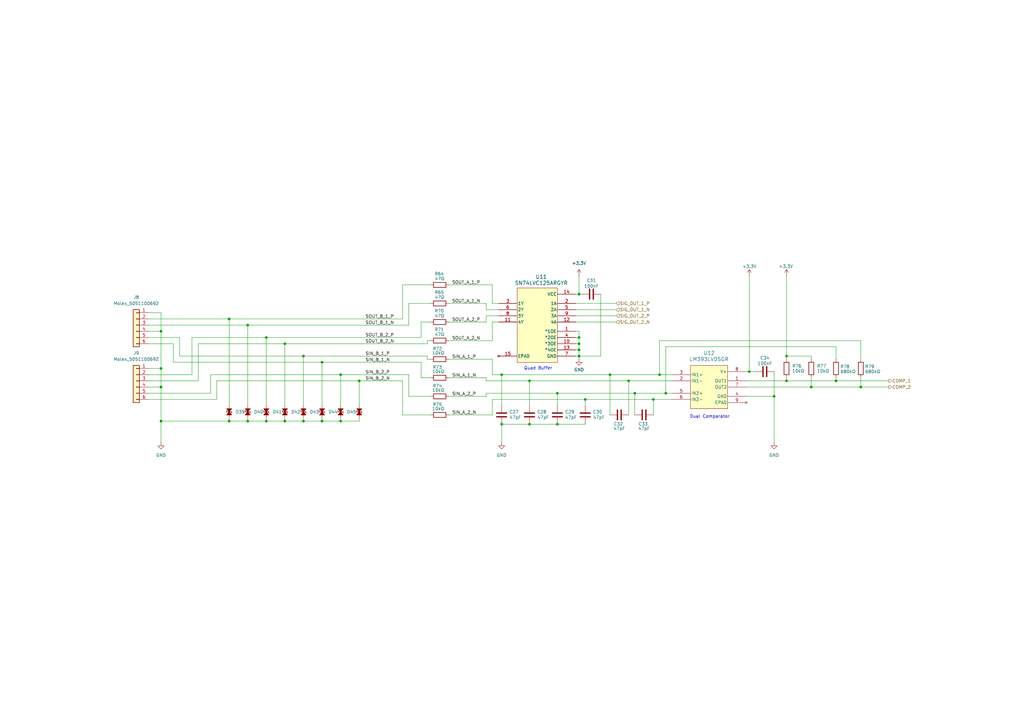
<source format=kicad_sch>
(kicad_sch (version 20250114) (generator "eeschema") (generator_version "9.0")
  (paper "A3")
  (title_block (title "Dual Inner Small Panel Connector") (date "2025-08-04") (rev "REV A") (company "TamperSec") (comment 1 "Justin Newkirk"))
  (lib_symbols
    (symbol "Connector_Generic:Conn_01x06" (pin_names (offset 1.016) (hide yes))
      (property "Reference" "J" (at 0 7.62 0))
      (property "Value" "Conn_01x06" (at 0 -10.16 0))
      (symbol "Conn_01x06_1_1"
        (rectangle (start -1.27 6.35) (end 1.27 -8.89) (stroke (width 0.254)) (fill (type background)))
        (rectangle (start -1.27 5.207) (end 0 4.953) (stroke (width 0.1524)))
        (rectangle (start -1.27 2.667) (end 0 2.413) (stroke (width 0.1524)))
        (rectangle (start -1.27 0.127) (end 0 -0.127) (stroke (width 0.1524)))
        (rectangle (start -1.27 -2.413) (end 0 -2.667) (stroke (width 0.1524)))
        (rectangle (start -1.27 -4.953) (end 0 -5.207) (stroke (width 0.1524)))
        (rectangle (start -1.27 -7.493) (end 0 -7.747) (stroke (width 0.1524)))
        (pin passive line (at -5.08 5.08 0) (length 3.81) (name "Pin_1") (number "1"))
        (pin passive line (at -5.08 2.54 0) (length 3.81) (name "Pin_2") (number "2"))
        (pin passive line (at -5.08 0 0) (length 3.81) (name "Pin_3") (number "3"))
        (pin passive line (at -5.08 -2.54 0) (length 3.81) (name "Pin_4") (number "4"))
        (pin passive line (at -5.08 -5.08 0) (length 3.81) (name "Pin_5") (number "5"))
        (pin passive line (at -5.08 -7.62 0) (length 3.81) (name "Pin_6") (number "6"))
      )
    )
    (symbol "Device:C" (pin_numbers (hide yes)) (pin_names (offset 0.254))
      (property "Reference" "C" (at 0.635 2.54 0))
      (property "Value" "C" (at 0.635 -2.54 0))
      (symbol "C_0_1"
        (polyline (pts (xy -2.032 0.762) (xy 2.032 0.762)) (stroke (width 0.508)))
        (polyline (pts (xy -2.032 -0.762) (xy 2.032 -0.762)) (stroke (width 0.508)))
      )
      (symbol "C_1_1"
        (pin passive line (at 0 3.81 270) (length 2.794) (name "~") (number "1"))
        (pin passive line (at 0 -3.81 90) (length 2.794) (name "~") (number "2"))
      )
    )
    (symbol "Device:D_TVS_Small_Filled" (pin_numbers (hide yes)) (pin_names (offset 1.016) (hide yes))
      (property "Reference" "D" (at 0 2.54 0))
      (property "Value" "D_TVS_Small_Filled" (at 0 -2.54 0))
      (symbol "D_TVS_Small_Filled_0_1"
        (polyline (pts (xy -1.27 0) (xy 1.27 0)))
        (polyline (pts (xy 0.508 1.016) (xy 0 1.016) (xy 0 -1.016) (xy -0.508 -1.016)) (stroke (width 0.254)))
      )
      (symbol "D_TVS_Small_Filled_1_1"
        (polyline (pts (xy -1.27 1.016) (xy -1.27 -1.016) (xy 0 0) (xy -1.27 1.016)) (stroke (width 0.254)) (fill (type outline)))
        (polyline (pts (xy 0 0) (xy 1.27 1.016) (xy 1.27 -1.016) (xy 0 0)) (stroke (width 0.254)) (fill (type outline)))
        (pin passive line (at -2.54 0 0) (length 1.27) (name "A1") (number "1"))
        (pin passive line (at 2.54 0 180) (length 1.27) (name "A2") (number "2"))
      )
    )
    (symbol "Device:R" (pin_numbers (hide yes)) (pin_names (offset 0))
      (property "Reference" "R" (at 2.032 0 90))
      (property "Value" "R" (at 0 0 90))
      (symbol "R_0_1"
        (rectangle (start -1.016 -2.54) (end 1.016 2.54) (stroke (width 0.254)))
      )
      (symbol "R_1_1"
        (pin passive line (at 0 3.81 270) (length 1.27) (name "~") (number "1"))
        (pin passive line (at 0 -3.81 90) (length 1.27) (name "~") (number "2"))
      )
    )
    (symbol "LM393LVDSGR:LM393LVDSGR" (pin_names (offset 0.254))
      (property "Reference" "U" (at 14.732 9.652 0))
      (property "Value" "LM393LVDSGR" (at 14.732 7.112 0))
      (symbol "LM393LVDSGR_0_1"
        (pin input line (at 0 1.27 0) (length 7.62) (name "IN1+") (number "3"))
        (pin input line (at 0 -1.27 0) (length 7.62) (name "IN1-") (number "2"))
        (pin input line (at 0 -6.35 0) (length 7.62) (name "IN2+") (number "5"))
        (pin input line (at 0 -8.89 0) (length 7.62) (name "IN2-") (number "6"))
        (pin power_in line (at 30.48 2.54 180) (length 7.62) (name "V+") (number "8"))
        (pin output line (at 30.48 -1.27 180) (length 7.62) (name "OUT1") (number "1"))
        (pin output line (at 30.48 -3.81 180) (length 7.62) (name "OUT2") (number "7"))
        (pin power_out line (at 30.48 -7.62 180) (length 7.62) (name "GND") (number "4"))
      )
      (symbol "LM393LVDSGR_1_1"
        (rectangle (start 7.62 5.08) (end 22.86 -12.7) (fill (type background)))
        (pin no_connect line (at 30.48 -10.16 180) (length 7.62) (name "EPAD") (number "9"))
      )
    )
    (symbol "SN74LVC125ARGYR:SN74LVC125ARGYR" (pin_names (offset 0.254))
      (property "Reference" "U" (at 17.78 9.652 0))
      (property "Value" "SN74LVC125ARGYR" (at 17.78 7.112 0))
      (symbol "SN74LVC125ARGYR_0_1"
        (rectangle (start 7.62 2.54) (end 24.13 -27.94) (fill (type background)))
        (pin output line (at 0 -3.81 0) (length 7.62) (name "1Y") (number "3"))
        (pin output line (at 0 -6.35 0) (length 7.62) (name "2Y") (number "6"))
        (pin output line (at 0 -8.89 0) (length 7.62) (name "3Y") (number "8"))
        (pin output line (at 0 -11.43 0) (length 7.62) (name "4Y") (number "11"))
        (pin power_in line (at 31.75 0 180) (length 7.62) (name "VCC") (number "14"))
        (pin input line (at 31.75 -3.81 180) (length 7.62) (name "1A") (number "2"))
        (pin input line (at 31.75 -6.35 180) (length 7.62) (name "2A") (number "5"))
        (pin input line (at 31.75 -8.89 180) (length 7.62) (name "3A") (number "9"))
        (pin input line (at 31.75 -11.43 180) (length 7.62) (name "4A") (number "12"))
        (pin input line (at 31.75 -15.24 180) (length 7.62) (name "*1OE") (number "1"))
        (pin input line (at 31.75 -17.78 180) (length 7.62) (name "*2OE") (number "4"))
        (pin input line (at 31.75 -20.32 180) (length 7.62) (name "*3OE") (number "10"))
        (pin input line (at 31.75 -22.86 180) (length 7.62) (name "*4OE") (number "13"))
        (pin power_in line (at 31.75 -25.4 180) (length 7.62) (name "GND") (number "7"))
      )
      (symbol "SN74LVC125ARGYR_1_1"
        (pin no_connect line (at 0 -25.4 0) (length 7.62) (name "EPAD") (number "15"))
      )
    )
    (symbol "power:+3.3V" (power) (pin_numbers (hide yes)) (pin_names (offset 0) (hide yes))
      (property "Value" "+3.3V" (at 0 3.556 0))
      (symbol "+3.3V_0_1"
        (polyline (pts (xy -0.762 1.27) (xy 0 2.54)))
        (polyline (pts (xy 0 2.54) (xy 0.762 1.27)))
        (polyline (pts (xy 0 0) (xy 0 2.54)))
      )
      (symbol "+3.3V_1_1"
        (pin power_in line (at 0 0 90) (length 0) (name "~") (number "1"))
      )
    )
    (symbol "power:GND" (power) (pin_numbers (hide yes)) (pin_names (offset 0) (hide yes))
      (property "Value" "GND" (at 0 -3.81 0))
      (symbol "GND_0_1"
        (polyline (pts (xy 0 0) (xy 0 -1.27) (xy 1.27 -1.27) (xy 0 -2.54) (xy -1.27 -1.27) (xy 0 -1.27)))
      )
      (symbol "GND_1_1"
        (pin power_in line (at 0 0 270) (length 0) (name "~") (number "1"))
      )
    )
  )
  (text "Dual Comparator" (at 291.084 170.942 0) (effects (font (size 1.27 1.27))))
  (text "Quad Buffer" (at 220.726 151.13 0) (effects (font (size 1.27 1.27))))
  (junction (at 307.34 152.4))
  (junction (at 237.49 120.65))
  (junction (at 109.22 138.43))
  (junction (at 93.98 172.72))
  (junction (at 353.06 158.75))
  (junction (at 332.74 158.75))
  (junction (at 322.58 146.05))
  (junction (at 217.17 173.99))
  (junction (at 124.46 172.72))
  (junction (at 237.49 143.51))
  (junction (at 66.04 172.72))
  (junction (at 273.05 161.29))
  (junction (at 237.49 140.97))
  (junction (at 66.04 151.13))
  (junction (at 116.84 140.97))
  (junction (at 228.6 173.99))
  (junction (at 322.58 156.21))
  (junction (at 205.74 153.67))
  (junction (at 139.7 153.67))
  (junction (at 66.04 135.89))
  (junction (at 267.97 163.83))
  (junction (at 101.6 172.72))
  (junction (at 342.9 156.21))
  (junction (at 217.17 156.21))
  (junction (at 132.08 172.72))
  (junction (at 66.04 158.75))
  (junction (at 260.35 161.29))
  (junction (at 93.98 130.81))
  (junction (at 228.6 161.29))
  (junction (at 132.08 148.59))
  (junction (at 147.32 156.21))
  (junction (at 270.51 153.67))
  (junction (at 205.74 173.99))
  (junction (at 109.22 172.72))
  (junction (at 237.49 146.05))
  (junction (at 250.19 153.67))
  (junction (at 240.03 163.83))
  (junction (at 257.81 156.21))
  (junction (at 101.6 133.35))
  (junction (at 116.84 172.72))
  (junction (at 237.49 138.43))
  (junction (at 124.46 146.05))
  (junction (at 139.7 172.72))
  (junction (at 317.5 162.56))
  (wire (pts (xy 236.22 132.08) (xy 252.73 132.08)))
  (wire (pts (xy 332.74 154.94) (xy 332.74 158.75)))
  (wire (pts (xy 237.49 143.51) (xy 236.22 143.51)))
  (wire (pts (xy 199.39 161.29) (xy 228.6 161.29)))
  (wire (pts (xy 66.04 151.13) (xy 66.04 158.75)))
  (wire (pts (xy 124.46 146.05) (xy 175.26 146.05)))
  (wire (pts (xy 237.49 138.43) (xy 237.49 140.97)))
  (wire (pts (xy 184.15 170.18) (xy 201.93 170.18)))
  (wire (pts (xy 60.96 161.29) (xy 86.36 161.29)))
  (wire (pts (xy 109.22 138.43) (xy 109.22 166.37)))
  (wire (pts (xy 116.84 172.72) (xy 124.46 172.72)))
  (wire (pts (xy 204.47 127) (xy 199.39 127)))
  (wire (pts (xy 139.7 153.67) (xy 139.7 166.37)))
  (wire (pts (xy 147.32 156.21) (xy 147.32 166.37)))
  (wire (pts (xy 199.39 161.29) (xy 199.39 162.56)))
  (wire (pts (xy 353.06 147.32) (xy 353.06 139.7)))
  (wire (pts (xy 307.34 152.4) (xy 309.88 152.4)))
  (wire (pts (xy 322.58 154.94) (xy 322.58 156.21)))
  (wire (pts (xy 237.49 135.89) (xy 237.49 138.43)))
  (wire (pts (xy 139.7 153.67) (xy 167.64 153.67)))
  (wire (pts (xy 201.93 153.67) (xy 201.93 147.32)))
  (wire (pts (xy 167.64 124.46) (xy 176.53 124.46)))
  (wire (pts (xy 236.22 129.54) (xy 252.73 129.54)))
  (wire (pts (xy 132.08 148.59) (xy 172.72 148.59)))
  (wire (pts (xy 273.05 142.24) (xy 273.05 161.29)))
  (wire (pts (xy 184.15 124.46) (xy 199.39 124.46)))
  (wire (pts (xy 176.53 170.18) (xy 165.1 170.18)))
  (wire (pts (xy 260.35 161.29) (xy 260.35 170.18)))
  (wire (pts (xy 184.15 132.08) (xy 199.39 132.08)))
  (wire (pts (xy 175.26 139.7) (xy 176.53 139.7)))
  (wire (pts (xy 205.74 173.99) (xy 217.17 173.99)))
  (wire (pts (xy 101.6 172.72) (xy 101.6 171.45)))
  (wire (pts (xy 101.6 172.72) (xy 109.22 172.72)))
  (wire (pts (xy 205.74 181.61) (xy 205.74 173.99)))
  (wire (pts (xy 342.9 142.24) (xy 273.05 142.24)))
  (wire (pts (xy 78.74 153.67) (xy 60.96 153.67)))
  (wire (pts (xy 306.07 158.75) (xy 332.74 158.75)))
  (wire (pts (xy 322.58 146.05) (xy 322.58 147.32)))
  (wire (pts (xy 353.06 154.94) (xy 353.06 158.75)))
  (wire (pts (xy 116.84 172.72) (xy 116.84 171.45)))
  (wire (pts (xy 172.72 154.94) (xy 172.72 148.59)))
  (wire (pts (xy 132.08 172.72) (xy 132.08 171.45)))
  (wire (pts (xy 132.08 172.72) (xy 139.7 172.72)))
  (wire (pts (xy 250.19 153.67) (xy 250.19 170.18)))
  (wire (pts (xy 71.12 140.97) (xy 71.12 148.59)))
  (wire (pts (xy 184.15 116.84) (xy 201.93 116.84)))
  (wire (pts (xy 60.96 156.21) (xy 81.28 156.21)))
  (wire (pts (xy 139.7 172.72) (xy 147.32 172.72)))
  (wire (pts (xy 60.96 130.81) (xy 93.98 130.81)))
  (wire (pts (xy 199.39 154.94) (xy 184.15 154.94)))
  (wire (pts (xy 306.07 162.56) (xy 317.5 162.56)))
  (wire (pts (xy 184.15 162.56) (xy 199.39 162.56)))
  (wire (pts (xy 167.64 153.67) (xy 167.64 162.56)))
  (wire (pts (xy 116.84 140.97) (xy 116.84 166.37)))
  (wire (pts (xy 66.04 135.89) (xy 66.04 151.13)))
  (wire (pts (xy 60.96 135.89) (xy 66.04 135.89)))
  (wire (pts (xy 109.22 138.43) (xy 78.74 138.43)))
  (wire (pts (xy 237.49 146.05) (xy 237.49 147.32)))
  (wire (pts (xy 176.53 154.94) (xy 172.72 154.94)))
  (wire (pts (xy 109.22 172.72) (xy 116.84 172.72)))
  (wire (pts (xy 73.66 138.43) (xy 73.66 146.05)))
  (wire (pts (xy 60.96 138.43) (xy 73.66 138.43)))
  (wire (pts (xy 307.34 113.03) (xy 307.34 152.4)))
  (wire (pts (xy 124.46 172.72) (xy 124.46 171.45)))
  (wire (pts (xy 86.36 153.67) (xy 139.7 153.67)))
  (wire (pts (xy 342.9 147.32) (xy 342.9 142.24)))
  (wire (pts (xy 201.93 163.83) (xy 201.93 170.18)))
  (wire (pts (xy 176.53 147.32) (xy 175.26 147.32)))
  (wire (pts (xy 199.39 154.94) (xy 199.39 156.21)))
  (wire (pts (xy 306.07 156.21) (xy 322.58 156.21)))
  (wire (pts (xy 60.96 140.97) (xy 71.12 140.97)))
  (wire (pts (xy 201.93 147.32) (xy 184.15 147.32)))
  (wire (pts (xy 217.17 156.21) (xy 257.81 156.21)))
  (wire (pts (xy 199.39 156.21) (xy 217.17 156.21)))
  (wire (pts (xy 60.96 133.35) (xy 101.6 133.35)))
  (wire (pts (xy 353.06 139.7) (xy 270.51 139.7)))
  (wire (pts (xy 332.74 147.32) (xy 332.74 146.05)))
  (wire (pts (xy 201.93 132.08) (xy 204.47 132.08)))
  (wire (pts (xy 322.58 146.05) (xy 332.74 146.05)))
  (wire (pts (xy 116.84 140.97) (xy 175.26 140.97)))
  (wire (pts (xy 172.72 138.43) (xy 172.72 132.08)))
  (wire (pts (xy 257.81 156.21) (xy 275.59 156.21)))
  (wire (pts (xy 132.08 148.59) (xy 132.08 166.37)))
  (wire (pts (xy 165.1 130.81) (xy 165.1 116.84)))
  (wire (pts (xy 88.9 163.83) (xy 88.9 156.21)))
  (wire (pts (xy 93.98 130.81) (xy 165.1 130.81)))
  (wire (pts (xy 60.96 128.27) (xy 66.04 128.27)))
  (wire (pts (xy 228.6 161.29) (xy 260.35 161.29)))
  (wire (pts (xy 81.28 140.97) (xy 116.84 140.97)))
  (wire (pts (xy 147.32 172.72) (xy 147.32 171.45)))
  (wire (pts (xy 237.49 138.43) (xy 236.22 138.43)))
  (wire (pts (xy 93.98 172.72) (xy 93.98 171.45)))
  (wire (pts (xy 201.93 132.08) (xy 201.93 139.7)))
  (wire (pts (xy 71.12 148.59) (xy 132.08 148.59)))
  (wire (pts (xy 342.9 156.21) (xy 364.49 156.21)))
  (wire (pts (xy 322.58 156.21) (xy 342.9 156.21)))
  (wire (pts (xy 199.39 129.54) (xy 199.39 132.08)))
  (wire (pts (xy 246.38 120.65) (xy 246.38 146.05)))
  (wire (pts (xy 88.9 156.21) (xy 147.32 156.21)))
  (wire (pts (xy 228.6 161.29) (xy 228.6 166.37)))
  (wire (pts (xy 199.39 127) (xy 199.39 124.46)))
  (wire (pts (xy 306.07 152.4) (xy 307.34 152.4)))
  (wire (pts (xy 78.74 138.43) (xy 78.74 153.67)))
  (wire (pts (xy 109.22 172.72) (xy 109.22 171.45)))
  (wire (pts (xy 240.03 163.83) (xy 240.03 166.37)))
  (wire (pts (xy 101.6 133.35) (xy 101.6 166.37)))
  (wire (pts (xy 184.15 139.7) (xy 201.93 139.7)))
  (wire (pts (xy 175.26 146.05) (xy 175.26 147.32)))
  (wire (pts (xy 273.05 161.29) (xy 275.59 161.29)))
  (wire (pts (xy 237.49 135.89) (xy 236.22 135.89)))
  (wire (pts (xy 201.93 116.84) (xy 201.93 124.46)))
  (wire (pts (xy 332.74 158.75) (xy 353.06 158.75)))
  (wire (pts (xy 322.58 113.03) (xy 322.58 146.05)))
  (wire (pts (xy 237.49 140.97) (xy 237.49 143.51)))
  (wire (pts (xy 257.81 156.21) (xy 257.81 170.18)))
  (wire (pts (xy 342.9 154.94) (xy 342.9 156.21)))
  (wire (pts (xy 237.49 143.51) (xy 237.49 146.05)))
  (wire (pts (xy 237.49 113.03) (xy 237.49 120.65)))
  (wire (pts (xy 66.04 172.72) (xy 66.04 181.61)))
  (wire (pts (xy 167.64 162.56) (xy 176.53 162.56)))
  (wire (pts (xy 124.46 172.72) (xy 132.08 172.72)))
  (wire (pts (xy 267.97 163.83) (xy 275.59 163.83)))
  (wire (pts (xy 93.98 172.72) (xy 101.6 172.72)))
  (wire (pts (xy 139.7 172.72) (xy 139.7 171.45)))
  (wire (pts (xy 81.28 156.21) (xy 81.28 140.97)))
  (wire (pts (xy 317.5 162.56) (xy 317.5 181.61)))
  (wire (pts (xy 250.19 153.67) (xy 270.51 153.67)))
  (wire (pts (xy 175.26 140.97) (xy 175.26 139.7)))
  (wire (pts (xy 201.93 163.83) (xy 240.03 163.83)))
  (wire (pts (xy 66.04 172.72) (xy 93.98 172.72)))
  (wire (pts (xy 205.74 166.37) (xy 205.74 153.67)))
  (wire (pts (xy 270.51 139.7) (xy 270.51 153.67)))
  (wire (pts (xy 165.1 170.18) (xy 165.1 156.21)))
  (wire (pts (xy 147.32 156.21) (xy 165.1 156.21)))
  (wire (pts (xy 201.93 124.46) (xy 204.47 124.46)))
  (wire (pts (xy 217.17 156.21) (xy 217.17 166.37)))
  (wire (pts (xy 205.74 153.67) (xy 250.19 153.67)))
  (wire (pts (xy 236.22 127) (xy 252.73 127)))
  (wire (pts (xy 93.98 130.81) (xy 93.98 166.37)))
  (wire (pts (xy 237.49 146.05) (xy 236.22 146.05)))
  (wire (pts (xy 317.5 162.56) (xy 317.5 152.4)))
  (wire (pts (xy 237.49 146.05) (xy 246.38 146.05)))
  (wire (pts (xy 101.6 133.35) (xy 167.64 133.35)))
  (wire (pts (xy 60.96 163.83) (xy 88.9 163.83)))
  (wire (pts (xy 236.22 120.65) (xy 237.49 120.65)))
  (wire (pts (xy 240.03 163.83) (xy 267.97 163.83)))
  (wire (pts (xy 236.22 124.46) (xy 252.73 124.46)))
  (wire (pts (xy 238.76 120.65) (xy 237.49 120.65)))
  (wire (pts (xy 201.93 153.67) (xy 205.74 153.67)))
  (wire (pts (xy 73.66 146.05) (xy 124.46 146.05)))
  (wire (pts (xy 237.49 140.97) (xy 236.22 140.97)))
  (wire (pts (xy 353.06 158.75) (xy 364.49 158.75)))
  (wire (pts (xy 66.04 158.75) (xy 66.04 172.72)))
  (wire (pts (xy 66.04 128.27) (xy 66.04 135.89)))
  (wire (pts (xy 124.46 146.05) (xy 124.46 166.37)))
  (wire (pts (xy 109.22 138.43) (xy 172.72 138.43)))
  (wire (pts (xy 165.1 116.84) (xy 176.53 116.84)))
  (wire (pts (xy 260.35 161.29) (xy 273.05 161.29)))
  (wire (pts (xy 172.72 132.08) (xy 176.53 132.08)))
  (wire (pts (xy 60.96 151.13) (xy 66.04 151.13)))
  (wire (pts (xy 267.97 163.83) (xy 267.97 170.18)))
  (wire (pts (xy 217.17 173.99) (xy 228.6 173.99)))
  (wire (pts (xy 228.6 173.99) (xy 240.03 173.99)))
  (wire (pts (xy 86.36 161.29) (xy 86.36 153.67)))
  (wire (pts (xy 167.64 133.35) (xy 167.64 124.46)))
  (wire (pts (xy 60.96 158.75) (xy 66.04 158.75)))
  (wire (pts (xy 270.51 153.67) (xy 275.59 153.67)))
  (wire (pts (xy 204.47 129.54) (xy 199.39 129.54)))
  (label "SIN_A_2_P" (at 185.42 162.56 0))
  (label "SOUT_A_2_N" (at 185.42 139.7 0))
  (label "SOUT_A_1_P" (at 185.42 116.84 0))
  (label "SIN_B_2_P" (at 149.86 153.67 0))
  (label "SIN_A_1_N" (at 185.42 154.94 0))
  (label "SIN_B_1_P" (at 149.86 146.05 0))
  (label "SIN_B_2_N" (at 149.86 156.21 0))
  (label "SIN_A_2_N" (at 185.42 170.18 0))
  (label "SOUT_B_1_P" (at 149.86 130.81 0))
  (label "SOUT_A_1_N" (at 185.42 124.46 0))
  (label "SOUT_B_1_N" (at 149.86 133.35 0))
  (label "SOUT_B_2_N" (at 149.86 140.97 0))
  (label "SIN_B_1_N" (at 149.86 148.59 0))
  (label "SOUT_B_2_P" (at 149.86 138.43 0))
  (label "SIN_A_1_P" (at 185.42 147.32 0))
  (label "SOUT_A_2_P" (at 185.42 132.08 0))
  (hierarchical_label "SIG_OUT_1_N" (shape input) (at 252.73 127 0))
  (hierarchical_label "SIG_OUT_1_P" (shape input) (at 252.73 124.46 0))
  (hierarchical_label "SIG_OUT_2_N" (shape input) (at 252.73 132.08 0))
  (hierarchical_label "COMP_2" (shape output) (at 364.49 158.75 0))
  (hierarchical_label "SIG_OUT_2_P" (shape input) (at 252.73 129.54 0))
  (hierarchical_label "COMP_1" (shape output) (at 364.49 156.21 0))
  (symbol (lib_id "Device:R") (at 180.34 162.56 270) (unit 1)
    (property "Reference" "R74" (at 181.356 158.242 90) (effects (justify right)))
    (property "Value" "10kΩ" (at 182.372 160.02 90) (effects (justify right)))
    (property "Footprint" "Capacitor_SMD:C_0201_0603Metric" (effects (hide yes)))
    (property "Datasheet" "https://www.lcsc.com/datasheet/lcsc_datasheet_2304140030_YAGEO-RC0201FR-0710KL_C106225.pdf" (effects (hide yes)))
    (property "Description" "Resistor" (effects (hide yes)))
    (property "JLCPCB Part #" "C106225" (effects (hide yes)))
    (property "Manufacturer Part #" "RC0201FR-0710KL" (effects (hide yes)))
    (property "Status" "Extended" (effects (hide yes)))
  )
  (symbol (lib_id "Device:C") (at 313.69 152.4 270) (unit 1)
    (property "Reference" "C34" (at 313.69 146.812 90))
    (property "Value" "100nF" (at 313.69 149.098 90))
    (property "Footprint" "Capacitor_SMD:C_0201_0603Metric" (effects (hide yes)))
    (property "Datasheet" "https://www.lcsc.com/datasheet/lcsc_datasheet_2304140030_Samsung-Electro-Mechanics-CL03A104KP3NNNC_C49062.pdf" (effects (hide yes)))
    (property "Description" "Unpolarized capacitor" (effects (hide yes)))
    (property "JLCPCB Part #" "C49062" (effects (hide yes)))
    (property "Manufacturer Part #" "CL03A104KP3NNNC" (effects (hide yes)))
    (property "Status" "Extended" (effects (hide yes)))
  )
  (symbol (lib_id "power:GND") (at 237.49 147.32 0) (unit 1)
    (property "Reference" "#PWR035" (effects (hide yes)))
    (property "Value" "GND" (at 237.49 151.638 0))
    (property "Description" "Power symbol creates a global label with name \"GND\" , ground" (effects (hide yes)))
  )
  (symbol (lib_id "Device:D_TVS_Small_Filled") (at 93.98 168.91 270) (unit 1)
    (property "Reference" "D39" (at 96.52 168.9099 90) (effects (justify left)))
    (property "Value" "H5VL10B" (effects (hide yes)))
    (property "Footprint" "Diode_SMD:D_SOD-882D" (effects (hide yes)))
    (property "Datasheet" "https://wmsc.lcsc.com/wmsc/upload/file/pdf/v2/lcsc/2306301553_hongjiacheng-H5VL10B_C7420372.pdf" (effects (hide yes)))
    (property "Description" "Bidirectional transient-voltage-suppression diode, small symbol, filled shape" (effects (hide yes)))
    (property "JLCPCB Part #" "C7420372" (effects (hide yes)))
    (property "Manufacturer Part #" "H5VL10B" (effects (hide yes)))
    (property "Status" "Preferred" (effects (hide yes)))
  )
  (symbol (lib_id "SN74LVC125ARGYR:SN74LVC125ARGYR") (at 204.47 120.65 0) (unit 1)
    (property "Reference" "U11" (at 221.996 113.538 0) (effects (font (size 1.524 1.524))))
    (property "Value" "SN74LVC125ARGYR" (at 221.996 116.078 0) (effects (font (size 1.524 1.524))))
    (property "Footprint" "RGY14_2P05X2P05" (effects (hide yes)))
    (property "Datasheet" "https://www.ti.com/lit/gpn/sn74lvc125a" (effects (hide yes)))
    (property "JLCPCB Part #" "C2652108" (effects (hide yes)))
    (property "Manufacturer Part #" "SN74LVC125ARGYR" (effects (hide yes)))
    (property "Status" "Extended" (effects (hide yes)))
  )
  (symbol (lib_id "Device:D_TVS_Small_Filled") (at 139.7 168.91 270) (unit 1)
    (property "Reference" "D45" (at 142.24 168.9099 90) (effects (justify left)))
    (property "Value" "H5VL10B" (effects (hide yes)))
    (property "Footprint" "Diode_SMD:D_SOD-882D" (effects (hide yes)))
    (property "Datasheet" "https://wmsc.lcsc.com/wmsc/upload/file/pdf/v2/lcsc/2306301553_hongjiacheng-H5VL10B_C7420372.pdf" (effects (hide yes)))
    (property "Description" "Bidirectional transient-voltage-suppression diode, small symbol, filled shape" (effects (hide yes)))
    (property "JLCPCB Part #" "C7420372" (effects (hide yes)))
    (property "Manufacturer Part #" "H5VL10B" (effects (hide yes)))
    (property "Status" "Preferred" (effects (hide yes)))
  )
  (symbol (lib_id "Device:R") (at 180.34 154.94 270) (unit 1)
    (property "Reference" "R73" (at 181.356 150.622 90) (effects (justify right)))
    (property "Value" "10kΩ" (at 182.372 152.4 90) (effects (justify right)))
    (property "Footprint" "Capacitor_SMD:C_0201_0603Metric" (effects (hide yes)))
    (property "Datasheet" "https://www.lcsc.com/datasheet/lcsc_datasheet_2304140030_YAGEO-RC0201FR-0710KL_C106225.pdf" (effects (hide yes)))
    (property "Description" "Resistor" (effects (hide yes)))
    (property "JLCPCB Part #" "C106225" (effects (hide yes)))
    (property "Manufacturer Part #" "RC0201FR-0710KL" (effects (hide yes)))
    (property "Status" "Extended" (effects (hide yes)))
  )
  (symbol (lib_id "Device:C") (at 264.16 170.18 90) (unit 1)
    (property "Reference" "C33" (at 263.779 173.863 90))
    (property "Value" "47pF" (at 264.16 175.768 90))
    (property "Footprint" "Capacitor_SMD:C_0201_0603Metric" (effects (hide yes)))
    (property "Datasheet" "https://jlcpcb.com/api/file/downloadByFileSystemAccessId/8590905735629266944" (effects (hide yes)))
    (property "Description" "Unpolarized capacitor" (effects (hide yes)))
    (property "JLCPCB Part #" "C62546" (effects (hide yes)))
    (property "Manufacturer Part #" "0201CG470J500NT" (effects (hide yes)))
    (property "Status" "Extended" (effects (hide yes)))
  )
  (symbol (lib_id "Device:D_TVS_Small_Filled") (at 124.46 168.91 270) (unit 1)
    (property "Reference" "D43" (at 127 168.9099 90) (effects (justify left)))
    (property "Value" "H5VL10B" (effects (hide yes)))
    (property "Footprint" "Diode_SMD:D_SOD-882D" (effects (hide yes)))
    (property "Datasheet" "https://wmsc.lcsc.com/wmsc/upload/file/pdf/v2/lcsc/2306301553_hongjiacheng-H5VL10B_C7420372.pdf" (effects (hide yes)))
    (property "Description" "Bidirectional transient-voltage-suppression diode, small symbol, filled shape" (effects (hide yes)))
    (property "JLCPCB Part #" "C7420372" (effects (hide yes)))
    (property "Manufacturer Part #" "H5VL10B" (effects (hide yes)))
    (property "Status" "Preferred" (effects (hide yes)))
  )
  (symbol (lib_id "Device:R") (at 180.34 116.84 90) (unit 1)
    (property "Reference" "R64" (at 182.118 112.268 90) (effects (justify left)))
    (property "Value" "47Ω" (at 182.372 114.3 90) (effects (justify left)))
    (property "Footprint" "Resistor_SMD:R_0201_0603Metric" (effects (hide yes)))
    (property "Datasheet" "https://jlcpcb.com/api/file/downloadByFileSystemAccessId/8589808164071120896" (effects (hide yes)))
    (property "Description" "Resistor" (effects (hide yes)))
    (property "JLCPCB Part #" "C273279 " (effects (hide yes)))
    (property "Manufacturer Part #" "RC0201FR-0747RL" (effects (hide yes)))
    (property "Status" "Extended" (effects (hide yes)))
  )
  (symbol (lib_id "power:+3.3V") (at 307.34 113.03 0) (unit 1)
    (property "Reference" "#PWR036" (effects (hide yes)))
    (property "Value" "+3.3V" (at 307.34 109.22 0))
    (property "Description" "Power symbol creates a global label with name \"+3.3V\"" (effects (hide yes)))
  )
  (symbol (lib_id "Device:D_TVS_Small_Filled") (at 101.6 168.91 270) (unit 1)
    (property "Reference" "D40" (at 104.14 168.9099 90) (effects (justify left)))
    (property "Value" "H5VL10B" (effects (hide yes)))
    (property "Footprint" "Diode_SMD:D_SOD-882D" (effects (hide yes)))
    (property "Datasheet" "https://wmsc.lcsc.com/wmsc/upload/file/pdf/v2/lcsc/2306301553_hongjiacheng-H5VL10B_C7420372.pdf" (effects (hide yes)))
    (property "Description" "Bidirectional transient-voltage-suppression diode, small symbol, filled shape" (effects (hide yes)))
    (property "JLCPCB Part #" "C7420372" (effects (hide yes)))
    (property "Manufacturer Part #" "H5VL10B" (effects (hide yes)))
    (property "Status" "Preferred" (effects (hide yes)))
  )
  (symbol (lib_id "Device:R") (at 332.74 151.13 0) (unit 1)
    (property "Reference" "R77" (at 335.026 150.114 0) (effects (justify left)))
    (property "Value" "10kΩ" (at 335.026 152.146 0) (effects (justify left)))
    (property "Footprint" "Capacitor_SMD:C_0201_0603Metric" (effects (hide yes)))
    (property "Datasheet" "https://www.lcsc.com/datasheet/lcsc_datasheet_2304140030_YAGEO-RC0201FR-0710KL_C106225.pdf" (effects (hide yes)))
    (property "Description" "Resistor" (effects (hide yes)))
    (property "JLCPCB Part #" "C106225" (effects (hide yes)))
    (property "Manufacturer Part #" "RC0201FR-0710KL" (effects (hide yes)))
    (property "Status" "Extended" (effects (hide yes)))
  )
  (symbol (lib_id "Device:R") (at 322.58 151.13 0) (unit 1)
    (property "Reference" "R76" (at 324.866 150.114 0) (effects (justify left)))
    (property "Value" "10kΩ" (at 324.866 152.146 0) (effects (justify left)))
    (property "Footprint" "Capacitor_SMD:C_0201_0603Metric" (effects (hide yes)))
    (property "Datasheet" "https://www.lcsc.com/datasheet/lcsc_datasheet_2304140030_YAGEO-RC0201FR-0710KL_C106225.pdf" (effects (hide yes)))
    (property "Description" "Resistor" (effects (hide yes)))
    (property "JLCPCB Part #" "C106225" (effects (hide yes)))
    (property "Manufacturer Part #" "RC0201FR-0710KL" (effects (hide yes)))
    (property "Status" "Extended" (effects (hide yes)))
  )
  (symbol (lib_id "Connector_Generic:Conn_01x06") (at 55.88 156.21 0) (mirror y) (unit 1)
    (property "Reference" "J9" (at 55.88 144.78 0))
    (property "Value" "Molex_5051100692" (at 55.88 147.32 0))
    (property "Footprint" "ul_5051100692:CON_5051100692_MOL" (effects (hide yes)))
    (property "Description" "Generic connector, single row, 01x06, script generated (kicad-library-utils/schlib/autogen/connector/)" (effects (hide yes)))
  )
  (symbol (lib_id "Device:D_TVS_Small_Filled") (at 116.84 168.91 270) (unit 1)
    (property "Reference" "D42" (at 119.38 168.9099 90) (effects (justify left)))
    (property "Value" "H5VL10B" (effects (hide yes)))
    (property "Footprint" "Diode_SMD:D_SOD-882D" (effects (hide yes)))
    (property "Datasheet" "https://wmsc.lcsc.com/wmsc/upload/file/pdf/v2/lcsc/2306301553_hongjiacheng-H5VL10B_C7420372.pdf" (effects (hide yes)))
    (property "Description" "Bidirectional transient-voltage-suppression diode, small symbol, filled shape" (effects (hide yes)))
    (property "JLCPCB Part #" "C7420372" (effects (hide yes)))
    (property "Manufacturer Part #" "H5VL10B" (effects (hide yes)))
    (property "Status" "Preferred" (effects (hide yes)))
  )
  (symbol (lib_id "Device:C") (at 205.74 170.18 0) (unit 1)
    (property "Reference" "C27" (at 210.82 168.91 0))
    (property "Value" "47pF" (at 211.328 171.196 0))
    (property "Footprint" "Capacitor_SMD:C_0201_0603Metric" (effects (hide yes)))
    (property "Datasheet" "https://jlcpcb.com/api/file/downloadByFileSystemAccessId/8590905735629266944" (effects (hide yes)))
    (property "Description" "Unpolarized capacitor" (effects (hide yes)))
    (property "JLCPCB Part #" "C62546" (effects (hide yes)))
    (property "Manufacturer Part #" "0201CG470J500NT" (effects (hide yes)))
    (property "Status" "Extended" (effects (hide yes)))
  )
  (symbol (lib_id "power:+3.3V") (at 237.49 113.03 0) (unit 1)
    (property "Reference" "#PWR034" (effects (hide yes)))
    (property "Value" "+3.3V" (at 237.49 107.95 0))
    (property "Description" "Power symbol creates a global label with name \"+3.3V\"" (effects (hide yes)))
  )
  (symbol (lib_id "power:GND") (at 66.04 181.61 0) (unit 1)
    (property "Reference" "#PWR039" (effects (hide yes)))
    (property "Value" "GND" (at 66.04 186.69 0))
    (property "Description" "Power symbol creates a global label with name \"GND\" , ground" (effects (hide yes)))
  )
  (symbol (lib_id "Device:C") (at 240.03 170.18 0) (unit 1)
    (property "Reference" "C30" (at 245.11 168.91 0))
    (property "Value" "47pF" (at 245.618 171.196 0))
    (property "Footprint" "Capacitor_SMD:C_0201_0603Metric" (effects (hide yes)))
    (property "Datasheet" "https://jlcpcb.com/api/file/downloadByFileSystemAccessId/8590905735629266944" (effects (hide yes)))
    (property "Description" "Unpolarized capacitor" (effects (hide yes)))
    (property "JLCPCB Part #" "C62546" (effects (hide yes)))
    (property "Manufacturer Part #" "0201CG470J500NT" (effects (hide yes)))
    (property "Status" "Extended" (effects (hide yes)))
  )
  (symbol (lib_id "Device:C") (at 228.6 170.18 0) (unit 1)
    (property "Reference" "C29" (at 233.68 168.91 0))
    (property "Value" "47pF" (at 234.188 171.196 0))
    (property "Footprint" "Capacitor_SMD:C_0201_0603Metric" (effects (hide yes)))
    (property "Datasheet" "https://jlcpcb.com/api/file/downloadByFileSystemAccessId/8590905735629266944" (effects (hide yes)))
    (property "Description" "Unpolarized capacitor" (effects (hide yes)))
    (property "JLCPCB Part #" "C62546" (effects (hide yes)))
    (property "Manufacturer Part #" "0201CG470J500NT" (effects (hide yes)))
    (property "Status" "Extended" (effects (hide yes)))
  )
  (symbol (lib_id "Device:C") (at 254 170.18 90) (unit 1)
    (property "Reference" "C32" (at 253.619 173.863 90))
    (property "Value" "47pF" (at 254 175.768 90))
    (property "Footprint" "Capacitor_SMD:C_0201_0603Metric" (effects (hide yes)))
    (property "Datasheet" "https://jlcpcb.com/api/file/downloadByFileSystemAccessId/8590905735629266944" (effects (hide yes)))
    (property "Description" "Unpolarized capacitor" (effects (hide yes)))
    (property "JLCPCB Part #" "C62546" (effects (hide yes)))
    (property "Manufacturer Part #" "0201CG470J500NT" (effects (hide yes)))
    (property "Status" "Extended" (effects (hide yes)))
  )
  (symbol (lib_id "Device:D_TVS_Small_Filled") (at 147.32 168.91 270) (unit 1)
    (property "Reference" "D46" (effects (hide yes)))
    (property "Value" "H5VL10B" (effects (hide yes)))
    (property "Footprint" "Diode_SMD:D_SOD-882D" (effects (hide yes)))
    (property "Datasheet" "https://wmsc.lcsc.com/wmsc/upload/file/pdf/v2/lcsc/2306301553_hongjiacheng-H5VL10B_C7420372.pdf" (effects (hide yes)))
    (property "Description" "Bidirectional transient-voltage-suppression diode, small symbol, filled shape" (effects (hide yes)))
    (property "JLCPCB Part #" "C7420372" (effects (hide yes)))
    (property "Manufacturer Part #" "H5VL10B" (effects (hide yes)))
    (property "Status" "Preferred" (effects (hide yes)))
  )
  (symbol (lib_id "Device:R") (at 180.34 170.18 270) (unit 1)
    (property "Reference" "R75" (at 181.356 165.862 90) (effects (justify right)))
    (property "Value" "10kΩ" (at 182.372 167.64 90) (effects (justify right)))
    (property "Footprint" "Capacitor_SMD:C_0201_0603Metric" (effects (hide yes)))
    (property "Datasheet" "https://www.lcsc.com/datasheet/lcsc_datasheet_2304140030_YAGEO-RC0201FR-0710KL_C106225.pdf" (effects (hide yes)))
    (property "Description" "Resistor" (effects (hide yes)))
    (property "JLCPCB Part #" "C106225" (effects (hide yes)))
    (property "Manufacturer Part #" "RC0201FR-0710KL" (effects (hide yes)))
    (property "Status" "Extended" (effects (hide yes)))
  )
  (symbol (lib_id "Device:R") (at 180.34 147.32 270) (unit 1)
    (property "Reference" "R72" (at 181.356 143.002 90) (effects (justify right)))
    (property "Value" "10kΩ" (at 182.372 144.78 90) (effects (justify right)))
    (property "Footprint" "Capacitor_SMD:C_0201_0603Metric" (effects (hide yes)))
    (property "Datasheet" "https://www.lcsc.com/datasheet/lcsc_datasheet_2304140030_YAGEO-RC0201FR-0710KL_C106225.pdf" (effects (hide yes)))
    (property "Description" "Resistor" (effects (hide yes)))
    (property "JLCPCB Part #" "C106225" (effects (hide yes)))
    (property "Manufacturer Part #" "RC0201FR-0710KL" (effects (hide yes)))
    (property "Status" "Extended" (effects (hide yes)))
  )
  (symbol (lib_id "Device:R") (at 180.34 132.08 90) (unit 1)
    (property "Reference" "R70" (at 182.118 127.508 90) (effects (justify left)))
    (property "Value" "47Ω" (at 182.372 129.54 90) (effects (justify left)))
    (property "Footprint" "Resistor_SMD:R_0201_0603Metric" (effects (hide yes)))
    (property "Datasheet" "https://jlcpcb.com/api/file/downloadByFileSystemAccessId/8589808164071120896" (effects (hide yes)))
    (property "Description" "Resistor" (effects (hide yes)))
    (property "JLCPCB Part #" "C273279 " (effects (hide yes)))
    (property "Manufacturer Part #" "RC0201FR-0747RL" (effects (hide yes)))
    (property "Status" "Extended" (effects (hide yes)))
  )
  (symbol (lib_id "Device:R") (at 342.9 151.13 180) (unit 1)
    (property "Reference" "R78" (at 348.488 150.368 0) (effects (justify left)))
    (property "Value" "680kΩ" (at 351.028 152.4 0) (effects (justify left)))
    (property "Footprint" "Resistor_SMD:R_0201_0603Metric" (effects (hide yes)))
    (property "Datasheet" "https://jlcpcb.com/api/file/downloadByFileSystemAccessId/8590909617453019136" (effects (hide yes)))
    (property "Description" "Resistor" (effects (hide yes)))
    (property "JLCPCB Part #" "C473493" (effects (hide yes)))
    (property "Manufacturer Part #" "0201WMF6803TEE" (effects (hide yes)))
    (property "Status" "Extended" (effects (hide yes)))
  )
  (symbol (lib_id "power:+3.3V") (at 322.58 113.03 0) (unit 1)
    (property "Reference" "#PWR038" (effects (hide yes)))
    (property "Value" "+3.3V" (at 322.326 109.22 0))
    (property "Description" "Power symbol creates a global label with name \"+3.3V\"" (effects (hide yes)))
  )
  (symbol (lib_id "Device:R") (at 180.34 124.46 90) (unit 1)
    (property "Reference" "R65" (at 182.118 119.888 90) (effects (justify left)))
    (property "Value" "47Ω" (at 182.372 121.92 90) (effects (justify left)))
    (property "Footprint" "Resistor_SMD:R_0201_0603Metric" (effects (hide yes)))
    (property "Datasheet" "https://jlcpcb.com/api/file/downloadByFileSystemAccessId/8589808164071120896" (effects (hide yes)))
    (property "Description" "Resistor" (effects (hide yes)))
    (property "JLCPCB Part #" "C273279 " (effects (hide yes)))
    (property "Manufacturer Part #" "RC0201FR-0747RL" (effects (hide yes)))
    (property "Status" "Extended" (effects (hide yes)))
  )
  (symbol (lib_id "power:GND") (at 317.5 181.61 0) (unit 1)
    (property "Reference" "#PWR037" (effects (hide yes)))
    (property "Value" "GND" (at 317.5 186.69 0))
    (property "Description" "Power symbol creates a global label with name \"GND\" , ground" (effects (hide yes)))
  )
  (symbol (lib_id "Device:C") (at 242.57 120.65 270) (unit 1)
    (property "Reference" "C31" (at 242.57 115.062 90))
    (property "Value" "100nF" (at 242.57 117.348 90))
    (property "Footprint" "Capacitor_SMD:C_0201_0603Metric" (effects (hide yes)))
    (property "Datasheet" "https://www.lcsc.com/datasheet/lcsc_datasheet_2304140030_Samsung-Electro-Mechanics-CL03A104KP3NNNC_C49062.pdf" (effects (hide yes)))
    (property "Description" "Unpolarized capacitor" (effects (hide yes)))
    (property "JLCPCB Part #" "C49062" (effects (hide yes)))
    (property "Manufacturer Part #" "CL03A104KP3NNNC" (effects (hide yes)))
    (property "Status" "Extended" (effects (hide yes)))
  )
  (symbol (lib_id "Device:D_TVS_Small_Filled") (at 132.08 168.91 270) (unit 1)
    (property "Reference" "D44" (at 134.62 168.9099 90) (effects (justify left)))
    (property "Value" "H5VL10B" (effects (hide yes)))
    (property "Footprint" "Diode_SMD:D_SOD-882D" (effects (hide yes)))
    (property "Datasheet" "https://wmsc.lcsc.com/wmsc/upload/file/pdf/v2/lcsc/2306301553_hongjiacheng-H5VL10B_C7420372.pdf" (effects (hide yes)))
    (property "Description" "Bidirectional transient-voltage-suppression diode, small symbol, filled shape" (effects (hide yes)))
    (property "JLCPCB Part #" "C7420372" (effects (hide yes)))
    (property "Manufacturer Part #" "H5VL10B" (effects (hide yes)))
    (property "Status" "Preferred" (effects (hide yes)))
  )
  (symbol (lib_id "Device:R") (at 180.34 139.7 90) (unit 1)
    (property "Reference" "R71" (at 182.118 135.128 90) (effects (justify left)))
    (property "Value" "47Ω" (at 182.372 137.16 90) (effects (justify left)))
    (property "Footprint" "Resistor_SMD:R_0201_0603Metric" (effects (hide yes)))
    (property "Datasheet" "https://jlcpcb.com/api/file/downloadByFileSystemAccessId/8589808164071120896" (effects (hide yes)))
    (property "Description" "Resistor" (effects (hide yes)))
    (property "JLCPCB Part #" "C273279 " (effects (hide yes)))
    (property "Manufacturer Part #" "RC0201FR-0747RL" (effects (hide yes)))
    (property "Status" "Extended" (effects (hide yes)))
  )
  (symbol (lib_id "Device:C") (at 217.17 170.18 0) (unit 1)
    (property "Reference" "C28" (at 222.25 168.91 0))
    (property "Value" "47pF" (at 222.758 171.196 0))
    (property "Footprint" "Capacitor_SMD:C_0201_0603Metric" (effects (hide yes)))
    (property "Datasheet" "https://jlcpcb.com/api/file/downloadByFileSystemAccessId/8590905735629266944" (effects (hide yes)))
    (property "Description" "Unpolarized capacitor" (effects (hide yes)))
    (property "JLCPCB Part #" "C62546" (effects (hide yes)))
    (property "Manufacturer Part #" "0201CG470J500NT" (effects (hide yes)))
    (property "Status" "Extended" (effects (hide yes)))
  )
  (symbol (lib_id "Connector_Generic:Conn_01x06") (at 55.88 133.35 0) (mirror y) (unit 1)
    (property "Reference" "J8" (at 55.88 121.92 0))
    (property "Value" "Molex_5051100692" (at 55.88 124.46 0))
    (property "Footprint" "ul_5051100692:CON_5051100692_MOL" (effects (hide yes)))
    (property "Description" "Generic connector, single row, 01x06, script generated (kicad-library-utils/schlib/autogen/connector/)" (effects (hide yes)))
  )
  (symbol (lib_id "Device:R") (at 353.06 151.13 180) (unit 1)
    (property "Reference" "R79" (at 358.648 150.368 0) (effects (justify left)))
    (property "Value" "680kΩ" (at 361.188 152.4 0) (effects (justify left)))
    (property "Footprint" "Resistor_SMD:R_0201_0603Metric" (effects (hide yes)))
    (property "Datasheet" "https://jlcpcb.com/api/file/downloadByFileSystemAccessId/8590909617453019136" (effects (hide yes)))
    (property "Description" "Resistor" (effects (hide yes)))
    (property "JLCPCB Part #" "C473493" (effects (hide yes)))
    (property "Manufacturer Part #" "0201WMF6803TEE" (effects (hide yes)))
    (property "Status" "Extended" (effects (hide yes)))
  )
  (symbol (lib_id "LM393LVDSGR:LM393LVDSGR") (at 275.59 154.94 0) (unit 1)
    (property "Reference" "U12" (at 290.83 144.78 0) (effects (font (size 1.524 1.524))))
    (property "Value" "LM393LVDSGR" (at 290.83 147.32 0) (effects (font (size 1.524 1.524))))
    (property "Footprint" "WSON8_DSG_TEX" (effects (hide yes)))
    (property "Datasheet" "https://www.ti.com/lit/gpn/lm393lv" (effects (hide yes)))
    (property "JLCPCB Part #" "C3658410" (effects (hide yes)))
    (property "Manufacturer Part #" "LM393LVDSGR" (effects (hide yes)))
    (property "Status" "Extended" (effects (hide yes)))
  )
  (symbol (lib_id "Device:D_TVS_Small_Filled") (at 109.22 168.91 270) (unit 1)
    (property "Reference" "D41" (at 111.76 168.9099 90) (effects (justify left)))
    (property "Value" "H5VL10B" (effects (hide yes)))
    (property "Footprint" "Diode_SMD:D_SOD-882D" (effects (hide yes)))
    (property "Datasheet" "https://wmsc.lcsc.com/wmsc/upload/file/pdf/v2/lcsc/2306301553_hongjiacheng-H5VL10B_C7420372.pdf" (effects (hide yes)))
    (property "Description" "Bidirectional transient-voltage-suppression diode, small symbol, filled shape" (effects (hide yes)))
    (property "JLCPCB Part #" "C7420372" (effects (hide yes)))
    (property "Manufacturer Part #" "H5VL10B" (effects (hide yes)))
    (property "Status" "Preferred" (effects (hide yes)))
  )
  (symbol (lib_id "power:GND") (at 205.74 181.61 0) (unit 1)
    (property "Reference" "#PWR033" (effects (hide yes)))
    (property "Value" "GND" (at 205.74 186.69 0))
    (property "Description" "Power symbol creates a global label with name \"GND\" , ground" (effects (hide yes)))
  )
)
</source>
